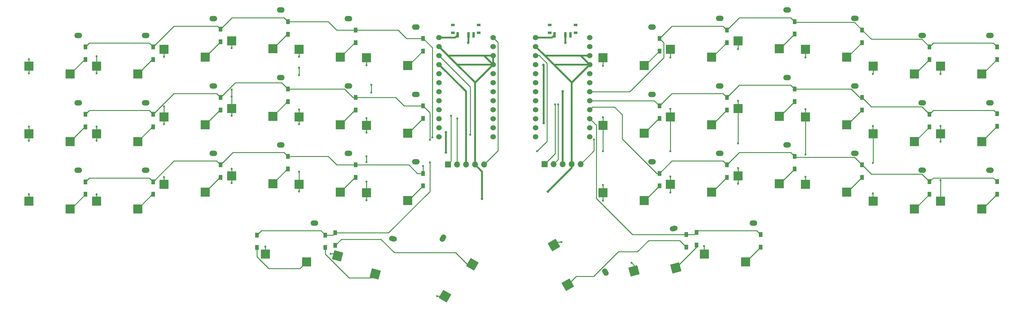
<source format=gbl>
G04 #@! TF.GenerationSoftware,KiCad,Pcbnew,(6.0.9-0)*
G04 #@! TF.CreationDate,2022-12-17T09:40:30-06:00*
G04 #@! TF.ProjectId,cho-corne-ice,63686f2d-636f-4726-9e65-2d6963652e6b,v0.2*
G04 #@! TF.SameCoordinates,Original*
G04 #@! TF.FileFunction,Copper,L2,Bot*
G04 #@! TF.FilePolarity,Positive*
%FSLAX46Y46*%
G04 Gerber Fmt 4.6, Leading zero omitted, Abs format (unit mm)*
G04 Created by KiCad (PCBNEW (6.0.9-0)) date 2022-12-17 09:40:30*
%MOMM*%
%LPD*%
G01*
G04 APERTURE LIST*
G04 Aperture macros list*
%AMHorizOval*
0 Thick line with rounded ends*
0 $1 width*
0 $2 $3 position (X,Y) of the first rounded end (center of the circle)*
0 $4 $5 position (X,Y) of the second rounded end (center of the circle)*
0 Add line between two ends*
20,1,$1,$2,$3,$4,$5,0*
0 Add two circle primitives to create the rounded ends*
1,1,$1,$2,$3*
1,1,$1,$4,$5*%
%AMRotRect*
0 Rectangle, with rotation*
0 The origin of the aperture is its center*
0 $1 length*
0 $2 width*
0 $3 Rotation angle, in degrees counterclockwise*
0 Add horizontal line*
21,1,$1,$2,0,0,$3*%
G04 Aperture macros list end*
G04 #@! TA.AperFunction,ComponentPad*
%ADD10O,2.200000X1.500000*%
G04 #@! TD*
G04 #@! TA.AperFunction,SMDPad,CuDef*
%ADD11R,2.600000X2.600000*%
G04 #@! TD*
G04 #@! TA.AperFunction,ComponentPad*
%ADD12HorizOval,1.500000X-0.338074X0.090587X0.338074X-0.090587X0*%
G04 #@! TD*
G04 #@! TA.AperFunction,SMDPad,CuDef*
%ADD13RotRect,2.600000X2.600000X165.000000*%
G04 #@! TD*
G04 #@! TA.AperFunction,ComponentPad*
%ADD14HorizOval,1.500000X-0.175000X-0.303109X0.175000X0.303109X0*%
G04 #@! TD*
G04 #@! TA.AperFunction,SMDPad,CuDef*
%ADD15RotRect,2.600000X2.600000X240.000000*%
G04 #@! TD*
G04 #@! TA.AperFunction,ComponentPad*
%ADD16HorizOval,1.500000X-0.175000X0.303109X0.175000X-0.303109X0*%
G04 #@! TD*
G04 #@! TA.AperFunction,SMDPad,CuDef*
%ADD17RotRect,2.600000X2.600000X120.000000*%
G04 #@! TD*
G04 #@! TA.AperFunction,ComponentPad*
%ADD18HorizOval,1.500000X-0.338074X-0.090587X0.338074X0.090587X0*%
G04 #@! TD*
G04 #@! TA.AperFunction,SMDPad,CuDef*
%ADD19RotRect,2.600000X2.600000X195.000000*%
G04 #@! TD*
G04 #@! TA.AperFunction,ComponentPad*
%ADD20C,1.524000*%
G04 #@! TD*
G04 #@! TA.AperFunction,ComponentPad*
%ADD21R,1.700000X1.700000*%
G04 #@! TD*
G04 #@! TA.AperFunction,ComponentPad*
%ADD22O,1.700000X1.700000*%
G04 #@! TD*
G04 #@! TA.AperFunction,SMDPad,CuDef*
%ADD23R,1.000000X1.400000*%
G04 #@! TD*
G04 #@! TA.AperFunction,SMDPad,CuDef*
%ADD24R,1.000000X0.800000*%
G04 #@! TD*
G04 #@! TA.AperFunction,SMDPad,CuDef*
%ADD25R,0.700000X1.500000*%
G04 #@! TD*
G04 #@! TA.AperFunction,ViaPad*
%ADD26C,0.600000*%
G04 #@! TD*
G04 #@! TA.AperFunction,ViaPad*
%ADD27C,0.750000*%
G04 #@! TD*
G04 #@! TA.AperFunction,Conductor*
%ADD28C,0.250000*%
G04 #@! TD*
G04 #@! TA.AperFunction,Conductor*
%ADD29C,0.500000*%
G04 #@! TD*
G04 APERTURE END LIST*
D10*
X44657500Y-30780000D03*
D11*
X30807500Y-39480000D03*
X42407500Y-41680000D03*
D10*
X63657500Y-26030000D03*
D11*
X49807500Y-34730000D03*
X61407500Y-36930000D03*
D10*
X82657500Y-23655000D03*
D11*
X68807500Y-32355000D03*
X80407500Y-34555000D03*
D10*
X101657500Y-26030000D03*
D11*
X87807500Y-34730000D03*
X99407500Y-36930000D03*
D10*
X25657500Y-49780000D03*
D11*
X11807500Y-58480000D03*
X23407500Y-60680000D03*
D10*
X44657500Y-49780000D03*
D11*
X30807500Y-58480000D03*
X42407500Y-60680000D03*
D10*
X63657500Y-45030000D03*
D11*
X49807500Y-53730000D03*
X61407500Y-55930000D03*
D10*
X82657500Y-42655000D03*
D11*
X68807500Y-51355000D03*
X80407500Y-53555000D03*
D10*
X101657500Y-45030000D03*
D11*
X87807500Y-53730000D03*
X99407500Y-55930000D03*
D10*
X120657500Y-47405000D03*
D11*
X106807500Y-56105000D03*
X118407500Y-58305000D03*
D10*
X25657500Y-68780000D03*
D11*
X11807500Y-77480000D03*
X23407500Y-79680000D03*
D10*
X44657500Y-68780000D03*
D11*
X30807500Y-77480000D03*
X42407500Y-79680000D03*
D10*
X63657500Y-64030000D03*
D11*
X49807500Y-72730000D03*
X61407500Y-74930000D03*
D10*
X82657500Y-61655000D03*
D11*
X68807500Y-70355000D03*
X80407500Y-72555000D03*
D10*
X101657500Y-64030000D03*
D11*
X87807500Y-72730000D03*
X99407500Y-74930000D03*
D10*
X120657500Y-66405000D03*
D11*
X106807500Y-75105000D03*
X118407500Y-77305000D03*
D10*
X92157500Y-83655000D03*
D11*
X78307500Y-92355000D03*
X89907500Y-94555000D03*
D12*
X114262484Y-88011817D03*
D13*
X98632685Y-92830727D03*
X109268023Y-97958065D03*
D14*
X128302373Y-87848559D03*
D15*
X128911794Y-104193011D03*
X136617050Y-95247116D03*
D16*
X173969627Y-97456441D03*
D17*
X159510206Y-89811989D03*
X163404950Y-100957884D03*
D10*
X225164500Y-61650000D03*
D11*
X211314500Y-70350000D03*
X222914500Y-72550000D03*
D10*
X206164500Y-64025000D03*
D11*
X192314500Y-72725000D03*
X203914500Y-74925000D03*
D10*
X187164500Y-66400000D03*
D11*
X173314500Y-75100000D03*
X184914500Y-77300000D03*
D10*
X215664500Y-83650000D03*
D11*
X201814500Y-92350000D03*
X213414500Y-94550000D03*
D18*
X193181293Y-85133925D03*
D19*
X182054946Y-97122124D03*
X193829088Y-96244860D03*
D10*
X225164500Y-23650000D03*
D11*
X211314500Y-32350000D03*
X222914500Y-34550000D03*
D10*
X206164500Y-26025000D03*
D11*
X192314500Y-34725000D03*
X203914500Y-36925000D03*
D10*
X282164500Y-49775000D03*
D11*
X268314500Y-58475000D03*
X279914500Y-60675000D03*
D10*
X244164500Y-26025000D03*
D11*
X230314500Y-34725000D03*
X241914500Y-36925000D03*
D10*
X263164500Y-49775000D03*
D11*
X249314500Y-58475000D03*
X260914500Y-60675000D03*
D10*
X263164500Y-68775000D03*
D11*
X249314500Y-77475000D03*
X260914500Y-79675000D03*
D10*
X244164500Y-64025000D03*
D11*
X230314500Y-72725000D03*
X241914500Y-74925000D03*
D10*
X282164500Y-30775000D03*
D11*
X268314500Y-39475000D03*
X279914500Y-41675000D03*
D10*
X263164500Y-30775000D03*
D11*
X249314500Y-39475000D03*
X260914500Y-41675000D03*
D10*
X244164500Y-45025000D03*
D11*
X230314500Y-53725000D03*
X241914500Y-55925000D03*
D10*
X225164500Y-42650000D03*
D11*
X211314500Y-51350000D03*
X222914500Y-53550000D03*
D10*
X206164500Y-45025000D03*
D11*
X192314500Y-53725000D03*
X203914500Y-55925000D03*
D10*
X187164500Y-47400000D03*
D11*
X173314500Y-56100000D03*
X184914500Y-58300000D03*
D10*
X282164500Y-68775000D03*
D11*
X268314500Y-77475000D03*
X279914500Y-79675000D03*
D10*
X25657500Y-30780000D03*
D11*
X11807500Y-39480000D03*
X23407500Y-41680000D03*
D10*
X120657500Y-28405000D03*
D11*
X106807500Y-37105000D03*
X118407500Y-39305000D03*
D10*
X187157500Y-28405000D03*
D11*
X173307500Y-37105000D03*
X184907500Y-39305000D03*
D20*
X169598900Y-31362000D03*
X169598900Y-33902000D03*
X169598900Y-36442000D03*
X169598900Y-38982000D03*
X169598900Y-41522000D03*
X169598900Y-44062000D03*
X169598900Y-46602000D03*
X169598900Y-49142000D03*
X169598900Y-51682000D03*
X169598900Y-54222000D03*
X169598900Y-56762000D03*
X169598900Y-59302000D03*
X154378900Y-59302000D03*
X154378900Y-56762000D03*
X154378900Y-54222000D03*
X154378900Y-51682000D03*
X154378900Y-49142000D03*
X154378900Y-46602000D03*
X154378900Y-44062000D03*
X154378900Y-41522000D03*
X154378900Y-38982000D03*
X154378900Y-36442000D03*
X154378900Y-33902000D03*
X154378900Y-31362000D03*
D21*
X156897500Y-67020000D03*
D22*
X159437500Y-67020000D03*
X161977500Y-67020000D03*
X164517500Y-67020000D03*
X167057500Y-67020000D03*
D21*
X129698500Y-67151000D03*
D22*
X132238500Y-67151000D03*
X134778500Y-67151000D03*
X137318500Y-67151000D03*
X139858500Y-67151000D03*
D20*
X142423900Y-31362000D03*
X142423900Y-33902000D03*
X142423900Y-36442000D03*
X142423900Y-38982000D03*
X142423900Y-41522000D03*
X142423900Y-44062000D03*
X142423900Y-46602000D03*
X142423900Y-49142000D03*
X142423900Y-51682000D03*
X142423900Y-54222000D03*
X142423900Y-56762000D03*
X142423900Y-59302000D03*
X127203900Y-59302000D03*
X127203900Y-56762000D03*
X127203900Y-54222000D03*
X127203900Y-51682000D03*
X127203900Y-49142000D03*
X127203900Y-46602000D03*
X127203900Y-44062000D03*
X127203900Y-41522000D03*
X127203900Y-38982000D03*
X127203900Y-36442000D03*
X127203900Y-33902000D03*
X127203900Y-31362000D03*
D23*
X27734500Y-34001875D03*
X27734500Y-37551875D03*
X46734500Y-34005000D03*
X46734500Y-37555000D03*
X65707500Y-29005000D03*
X65707500Y-32555000D03*
X84707500Y-26880000D03*
X84707500Y-30430000D03*
X103707500Y-29255000D03*
X103707500Y-32805000D03*
X122707500Y-31630000D03*
X122707500Y-35180000D03*
X27734500Y-53001875D03*
X27734500Y-56551875D03*
X46734500Y-53005000D03*
X46734500Y-56555000D03*
X65707500Y-48255000D03*
X65707500Y-51805000D03*
X84707500Y-45880000D03*
X84707500Y-49430000D03*
X103707500Y-48255000D03*
X103707500Y-51805000D03*
X122707500Y-50630000D03*
X122707500Y-54180000D03*
X27734500Y-72001875D03*
X27734500Y-75551875D03*
X46734500Y-72005000D03*
X46734500Y-75555000D03*
X65707500Y-67255000D03*
X65707500Y-70805000D03*
X84707500Y-64880000D03*
X84707500Y-68430000D03*
X103707500Y-67255000D03*
X103707500Y-70805000D03*
X122707500Y-69630000D03*
X122707500Y-73180000D03*
X75987500Y-86991000D03*
X75987500Y-90541000D03*
X95164500Y-86990000D03*
X95164500Y-90540000D03*
X98007500Y-86356000D03*
X98007500Y-89906000D03*
X265214500Y-34000000D03*
X265214500Y-37550000D03*
X246214500Y-29250000D03*
X246214500Y-32800000D03*
X227214500Y-26875000D03*
X227214500Y-30425000D03*
X189207500Y-31630000D03*
X189207500Y-35180000D03*
X284214500Y-52850000D03*
X284214500Y-56400000D03*
X265214500Y-53000000D03*
X265214500Y-56550000D03*
X246214500Y-48250000D03*
X246214500Y-51800000D03*
X227214500Y-45875000D03*
X227214500Y-49425000D03*
X208214500Y-48250000D03*
X208214500Y-51800000D03*
X189207500Y-50630000D03*
X189207500Y-54180000D03*
X284214500Y-72000000D03*
X284214500Y-75550000D03*
X265214500Y-72000000D03*
X265214500Y-75550000D03*
X246214500Y-67250000D03*
X246214500Y-70800000D03*
X227214500Y-64875000D03*
X227214500Y-68425000D03*
X208214500Y-67250000D03*
X208214500Y-70800000D03*
X189207500Y-69630000D03*
X189207500Y-73180000D03*
X217714500Y-86860000D03*
X217714500Y-90410000D03*
X199664500Y-86305000D03*
X199664500Y-89855000D03*
X196814500Y-86875000D03*
X196814500Y-90425000D03*
X284214500Y-34000000D03*
X284214500Y-37550000D03*
X208214500Y-29250000D03*
X208214500Y-32800000D03*
D24*
X165612500Y-30030000D03*
X165612500Y-27830000D03*
X158312500Y-30030000D03*
X158312500Y-27830000D03*
D25*
X159712500Y-30680000D03*
X162712500Y-30680000D03*
X164212500Y-30680000D03*
D24*
X131043787Y-30010000D03*
X131043787Y-27810000D03*
X138343787Y-27810000D03*
X138343787Y-30010000D03*
D25*
X132443787Y-30660000D03*
X135443787Y-30660000D03*
X136943787Y-30660000D03*
D26*
X125307500Y-59480000D03*
X124607500Y-60180000D03*
X122707500Y-67580000D03*
X124604685Y-66577185D03*
D27*
X139307500Y-76780000D03*
D26*
X11807500Y-37480000D03*
X11807500Y-41480000D03*
X11807500Y-56480000D03*
X11807500Y-60480000D03*
X11807500Y-75480000D03*
X30807500Y-56480000D03*
X30807500Y-60480000D03*
X30807500Y-36680000D03*
X30807500Y-41480000D03*
X30807500Y-75480000D03*
X49825089Y-50797589D03*
X49807500Y-55780000D03*
X49807500Y-70680000D03*
X49807500Y-36780000D03*
X68807500Y-72380000D03*
X68807500Y-48016396D03*
X68807500Y-34380000D03*
X68807500Y-46055500D03*
X78307500Y-90280000D03*
X68807500Y-53380000D03*
X68807500Y-68280000D03*
X87807500Y-36780000D03*
X87807500Y-74780000D03*
X87807500Y-55780000D03*
X96707500Y-92280000D03*
X87807500Y-39880000D03*
X87807500Y-51680000D03*
X87807500Y-69180000D03*
X87807500Y-41980000D03*
X108107500Y-46880000D03*
X106807500Y-58180000D03*
X106807500Y-77180000D03*
X108107500Y-44680000D03*
X106807500Y-54080000D03*
X106807500Y-66480000D03*
X106807500Y-39180000D03*
X106807500Y-64880000D03*
X126707500Y-104180000D03*
X106807500Y-71980000D03*
X136007500Y-58780000D03*
X154757500Y-63430000D03*
X268307500Y-41680000D03*
X268307500Y-56280000D03*
X268307500Y-60680000D03*
X268307500Y-71524499D03*
X249307500Y-56280000D03*
X249307500Y-75280000D03*
X249307500Y-66730000D03*
X249307500Y-41680000D03*
X230307500Y-36980000D03*
X230307500Y-64380000D03*
X230307500Y-70580000D03*
X230307500Y-51580000D03*
X201807500Y-90080000D03*
X211307500Y-72580000D03*
X211307500Y-68180000D03*
X211307500Y-61180000D03*
X211307500Y-49180000D03*
X211307500Y-34580000D03*
X192307500Y-70480000D03*
X192307500Y-74980000D03*
X192307500Y-63380000D03*
X192307500Y-51480000D03*
X192307500Y-36980000D03*
X181407500Y-94780000D03*
X161607500Y-88980000D03*
X173307500Y-72880000D03*
X173307500Y-53880000D03*
X173307500Y-63380000D03*
X173307500Y-39380000D03*
X173307500Y-77280000D03*
D27*
X161957500Y-46580000D03*
X157807500Y-74780000D03*
D26*
X130607500Y-53380000D03*
X132307500Y-54180000D03*
X159840163Y-50197337D03*
X160724089Y-50196589D03*
X170807500Y-60130000D03*
D27*
X135407500Y-32880000D03*
X129107500Y-63780000D03*
X129107500Y-58080000D03*
X156607500Y-55430000D03*
X162707500Y-32880000D03*
X156600746Y-39086754D03*
D28*
X28831376Y-32904999D02*
X27734500Y-34001875D01*
X118057500Y-31630000D02*
X115682500Y-29255000D01*
X96023366Y-26880000D02*
X84707500Y-26880000D01*
X45634499Y-32904999D02*
X28831376Y-32904999D01*
X125307500Y-59480000D02*
X125307500Y-34230000D01*
X68932501Y-25779999D02*
X65707500Y-29005000D01*
X103707500Y-29255000D02*
X98398366Y-29255000D01*
X64857499Y-28154999D02*
X52584501Y-28154999D01*
X83607499Y-25779999D02*
X68932501Y-25779999D01*
X52584501Y-28154999D02*
X46734500Y-34005000D01*
X65707500Y-29005000D02*
X64857499Y-28154999D01*
X122707500Y-31630000D02*
X118057500Y-31630000D01*
X84707500Y-26880000D02*
X83607499Y-25779999D01*
X98398366Y-29255000D02*
X96023366Y-26880000D01*
X46734500Y-34005000D02*
X45634499Y-32904999D01*
X115682500Y-29255000D02*
X103707500Y-29255000D01*
X125307500Y-34230000D02*
X122707500Y-31630000D01*
X27535625Y-37551875D02*
X23407500Y-41680000D01*
X27734500Y-37551875D02*
X27535625Y-37551875D01*
X124607500Y-60180000D02*
X124607500Y-52530000D01*
X117398366Y-50630000D02*
X115023366Y-48255000D01*
X65707500Y-48255000D02*
X64607499Y-47154999D01*
X84707500Y-45880000D02*
X82907500Y-44080000D01*
X64607499Y-47154999D02*
X52584501Y-47154999D01*
X102957500Y-48255000D02*
X100582500Y-45880000D01*
X115023366Y-48255000D02*
X103707500Y-48255000D01*
X100582500Y-45880000D02*
X84707500Y-45880000D01*
X46734500Y-53005000D02*
X45634499Y-51904999D01*
X52584501Y-47154999D02*
X46734500Y-53005000D01*
X45634499Y-51904999D02*
X28831376Y-51904999D01*
X69882500Y-44080000D02*
X65707500Y-48255000D01*
X122707500Y-50630000D02*
X117398366Y-50630000D01*
X28831376Y-51904999D02*
X27734500Y-53001875D01*
X124607500Y-52530000D02*
X122707500Y-50630000D01*
X82907500Y-44080000D02*
X69882500Y-44080000D01*
X103707500Y-48255000D02*
X102957500Y-48255000D01*
X46532500Y-37555000D02*
X42407500Y-41680000D01*
X46734500Y-37555000D02*
X46532500Y-37555000D01*
X45634499Y-70904999D02*
X28831376Y-70904999D01*
X118682500Y-67255000D02*
X103707500Y-67255000D01*
X84707500Y-64880000D02*
X83607499Y-63779999D01*
X121057500Y-69630000D02*
X118682500Y-67255000D01*
X103707500Y-67255000D02*
X98398366Y-67255000D01*
X64607499Y-66154999D02*
X52584501Y-66154999D01*
X122707500Y-67580000D02*
X122707500Y-69630000D01*
X69182501Y-63779999D02*
X65707500Y-67255000D01*
X28831376Y-70904999D02*
X27734500Y-72001875D01*
X83607499Y-63779999D02*
X69182501Y-63779999D01*
X96023366Y-64880000D02*
X84707500Y-64880000D01*
X122707500Y-69630000D02*
X121057500Y-69630000D01*
X65707500Y-67255000D02*
X64607499Y-66154999D01*
X46734500Y-72005000D02*
X45634499Y-70904999D01*
X52584501Y-66154999D02*
X46734500Y-72005000D01*
X98398366Y-67255000D02*
X96023366Y-64880000D01*
X65707500Y-32555000D02*
X65707500Y-32630000D01*
X65707500Y-32630000D02*
X61407500Y-36930000D01*
X124607500Y-66580000D02*
X124607500Y-74730000D01*
X95164500Y-86990000D02*
X97373500Y-86990000D01*
X75987500Y-86991000D02*
X77198501Y-85779999D01*
X124604685Y-66577185D02*
X124607500Y-66580000D01*
X93954499Y-85779999D02*
X95164500Y-86990000D01*
X112981500Y-86356000D02*
X98007500Y-86356000D01*
X77198501Y-85779999D02*
X93954499Y-85779999D01*
X124607500Y-74730000D02*
X112981500Y-86356000D01*
X97373500Y-86990000D02*
X98007500Y-86356000D01*
X84532500Y-30430000D02*
X80407500Y-34555000D01*
X84707500Y-30430000D02*
X84532500Y-30430000D01*
X103707500Y-32805000D02*
X103532500Y-32805000D01*
X103532500Y-32805000D02*
X99407500Y-36930000D01*
X122707500Y-35180000D02*
X118582500Y-39305000D01*
X118582500Y-39305000D02*
X118407500Y-39305000D01*
X27734500Y-56551875D02*
X27535625Y-56551875D01*
X27535625Y-56551875D02*
X23407500Y-60680000D01*
X46734500Y-56555000D02*
X46532500Y-56555000D01*
X46532500Y-56555000D02*
X42407500Y-60680000D01*
X65707500Y-51805000D02*
X65532500Y-51805000D01*
X65532500Y-51805000D02*
X61407500Y-55930000D01*
X84532500Y-49430000D02*
X80407500Y-53555000D01*
X84707500Y-49430000D02*
X84532500Y-49430000D01*
X103707500Y-51805000D02*
X103532500Y-51805000D01*
X103532500Y-51805000D02*
X99407500Y-55930000D01*
X122707500Y-54180000D02*
X118582500Y-58305000D01*
X118582500Y-58305000D02*
X118407500Y-58305000D01*
X23606375Y-79680000D02*
X23407500Y-79680000D01*
X27734500Y-75551875D02*
X23606375Y-79680000D01*
X46734500Y-75555000D02*
X46532500Y-75555000D01*
X46532500Y-75555000D02*
X42407500Y-79680000D01*
X65532500Y-70805000D02*
X61407500Y-74930000D01*
X65707500Y-70805000D02*
X65532500Y-70805000D01*
X84532500Y-68430000D02*
X80407500Y-72555000D01*
X84707500Y-68430000D02*
X84532500Y-68430000D01*
X103707500Y-70805000D02*
X103532500Y-70805000D01*
X103532500Y-70805000D02*
X99407500Y-74930000D01*
X122707500Y-73180000D02*
X118582500Y-77305000D01*
X118582500Y-77305000D02*
X118407500Y-77305000D01*
X88032499Y-96430001D02*
X79257501Y-96430001D01*
X79257501Y-96430001D02*
X75987500Y-93160000D01*
X75987500Y-93160000D02*
X75987500Y-90541000D01*
X89907500Y-94555000D02*
X88032499Y-96430001D01*
X101847011Y-99019511D02*
X95164500Y-92337000D01*
X108206577Y-99019511D02*
X101847011Y-99019511D01*
X95164500Y-92337000D02*
X95164500Y-90540000D01*
X109268023Y-97958065D02*
X108206577Y-99019511D01*
X136617050Y-95247116D02*
X135115939Y-95247116D01*
X135115939Y-95247116D02*
X131848823Y-91980000D01*
X110807500Y-88180000D02*
X99733500Y-88180000D01*
X99733500Y-88180000D02*
X98007500Y-89906000D01*
X131848823Y-91980000D02*
X114607500Y-91980000D01*
X114607500Y-91980000D02*
X110807500Y-88180000D01*
D29*
X137307500Y-44005600D02*
X137400300Y-44005600D01*
X142423900Y-38982000D02*
X139883900Y-36442000D01*
X132283900Y-38982000D02*
X142423900Y-38982000D01*
X139307500Y-69140000D02*
X137318500Y-67151000D01*
X137307500Y-67140000D02*
X137307500Y-44005600D01*
X129743900Y-36442000D02*
X139169500Y-36442000D01*
X139169500Y-36442000D02*
X142423900Y-36442000D01*
X127203900Y-33902000D02*
X132283900Y-38982000D01*
X137307500Y-44005600D02*
X132283900Y-38982000D01*
X137318500Y-67151000D02*
X137307500Y-67140000D01*
X139883900Y-36442000D02*
X139169500Y-36442000D01*
X139307500Y-76780000D02*
X139307500Y-69140000D01*
X137400300Y-44005600D02*
X142423900Y-38982000D01*
X142423900Y-38982000D02*
X142423900Y-36442000D01*
X127203900Y-33902000D02*
X129743900Y-36442000D01*
X134778500Y-67151000D02*
X134778500Y-46556600D01*
X134778500Y-46556600D02*
X127203900Y-38982000D01*
D28*
X11807500Y-39480000D02*
X11807500Y-41480000D01*
X11807500Y-37480000D02*
X11807500Y-39480000D01*
X11807500Y-58480000D02*
X11807500Y-60480000D01*
X11807500Y-75480000D02*
X11807500Y-77480000D01*
X11807500Y-56480000D02*
X11807500Y-58480000D01*
X30807500Y-58480000D02*
X30807500Y-60480000D01*
X30807500Y-75480000D02*
X30807500Y-77480000D01*
X30807500Y-36680000D02*
X30807500Y-39480000D01*
X30807500Y-39480000D02*
X30807500Y-41480000D01*
X30807500Y-56480000D02*
X30807500Y-58480000D01*
X49825089Y-50797589D02*
X49807500Y-50815178D01*
X49807500Y-53730000D02*
X49807500Y-55780000D01*
X49807500Y-34730000D02*
X49807500Y-36780000D01*
X49807500Y-70680000D02*
X49807500Y-72730000D01*
X49807500Y-50815178D02*
X49807500Y-53730000D01*
X68807500Y-51355000D02*
X68807500Y-48016396D01*
X68807500Y-32355000D02*
X68807500Y-34380000D01*
X68807500Y-68280000D02*
X68807500Y-70355000D01*
X68807500Y-48016396D02*
X68807500Y-46055500D01*
X68807500Y-70355000D02*
X68807500Y-72380000D01*
X78307500Y-90280000D02*
X78307500Y-92355000D01*
X68807500Y-51355000D02*
X68807500Y-53380000D01*
X98081958Y-92280000D02*
X98632685Y-92830727D01*
X87807500Y-53730000D02*
X87807500Y-55780000D01*
X87807500Y-51680000D02*
X87807500Y-53730000D01*
X87807500Y-72730000D02*
X87807500Y-74780000D01*
X96707500Y-92280000D02*
X98081958Y-92280000D01*
X87807500Y-34730000D02*
X87807500Y-36780000D01*
X87807500Y-39880000D02*
X87807500Y-41980000D01*
X87807500Y-69180000D02*
X87807500Y-72730000D01*
X126707500Y-104180000D02*
X128898783Y-104180000D01*
X106807500Y-37105000D02*
X106807500Y-39180000D01*
X106807500Y-54080000D02*
X106807500Y-56105000D01*
X128898783Y-104180000D02*
X128911794Y-104193011D01*
X108107500Y-44680000D02*
X108107500Y-46880000D01*
X106807500Y-64880000D02*
X106807500Y-66480000D01*
X106807500Y-56105000D02*
X106807500Y-58180000D01*
X106807500Y-71980000D02*
X106807500Y-75105000D01*
X106807500Y-75105000D02*
X106807500Y-77180000D01*
D29*
X131741787Y-31362000D02*
X132443787Y-30660000D01*
X127203900Y-31362000D02*
X131741787Y-31362000D01*
D28*
X136007500Y-45245600D02*
X127203900Y-36442000D01*
X136007500Y-58780000D02*
X136007500Y-45245600D01*
X280089500Y-41675000D02*
X284214500Y-37550000D01*
X279914500Y-41675000D02*
X280089500Y-41675000D01*
X227214500Y-26875000D02*
X227439500Y-27100000D01*
X189207500Y-31630000D02*
X192687501Y-28149999D01*
X207114499Y-28149999D02*
X208214500Y-29250000D01*
X227439500Y-27100000D02*
X244064500Y-27100000D01*
X192687501Y-28149999D02*
X207114499Y-28149999D01*
X169598900Y-46602000D02*
X180860500Y-46602000D01*
X283114499Y-32899999D02*
X284214500Y-34000000D01*
X211689501Y-25774999D02*
X226114499Y-25774999D01*
X190407500Y-32830000D02*
X189207500Y-31630000D01*
X263064500Y-31850000D02*
X265214500Y-34000000D01*
X244064500Y-27100000D02*
X246214500Y-29250000D01*
X266314501Y-32899999D02*
X283114499Y-32899999D01*
X208214500Y-29250000D02*
X211689501Y-25774999D01*
X180860500Y-46602000D02*
X190407500Y-37055000D01*
X226114499Y-25774999D02*
X227214500Y-26875000D01*
X190407500Y-37055000D02*
X190407500Y-32830000D01*
X248814500Y-31850000D02*
X263064500Y-31850000D01*
X246214500Y-29250000D02*
X248814500Y-31850000D01*
X265214500Y-34000000D02*
X266314501Y-32899999D01*
X260914500Y-41675000D02*
X261089500Y-41675000D01*
X261089500Y-41675000D02*
X265214500Y-37550000D01*
X242089500Y-36925000D02*
X246214500Y-32800000D01*
X241914500Y-36925000D02*
X242089500Y-36925000D01*
X223089500Y-34550000D02*
X227214500Y-30425000D01*
X222914500Y-34550000D02*
X223089500Y-34550000D01*
X204089500Y-36925000D02*
X208214500Y-32800000D01*
X203914500Y-36925000D02*
X204089500Y-36925000D01*
X185082500Y-39305000D02*
X189207500Y-35180000D01*
X184907500Y-39305000D02*
X185082500Y-39305000D01*
X245519220Y-48250000D02*
X246214500Y-48250000D01*
X227214500Y-45875000D02*
X243144220Y-45875000D01*
X187719500Y-49142000D02*
X189207500Y-50630000D01*
X192687501Y-47149999D02*
X207114499Y-47149999D01*
X207114499Y-47149999D02*
X208214500Y-48250000D01*
X243144220Y-45875000D02*
X245519220Y-48250000D01*
X189207500Y-50630000D02*
X192687501Y-47149999D01*
X208214500Y-48250000D02*
X211689501Y-44774999D01*
X226114499Y-44774999D02*
X227214500Y-45875000D01*
X266314501Y-51899999D02*
X283264499Y-51899999D01*
X248814500Y-50850000D02*
X263064500Y-50850000D01*
X283264499Y-51899999D02*
X284214500Y-52850000D01*
X246214500Y-48250000D02*
X248814500Y-50850000D01*
X169598900Y-49142000D02*
X187719500Y-49142000D01*
X265214500Y-53000000D02*
X266314501Y-51899999D01*
X211689501Y-44774999D02*
X226114499Y-44774999D01*
X263064500Y-50850000D02*
X265214500Y-53000000D01*
X279939500Y-60675000D02*
X284214500Y-56400000D01*
X279914500Y-60675000D02*
X279939500Y-60675000D01*
X261089500Y-60675000D02*
X265214500Y-56550000D01*
X260914500Y-60675000D02*
X261089500Y-60675000D01*
X241914500Y-55925000D02*
X242089500Y-55925000D01*
X242089500Y-55925000D02*
X246214500Y-51800000D01*
X222914500Y-53550000D02*
X223089500Y-53550000D01*
X223089500Y-53550000D02*
X227214500Y-49425000D01*
X204089500Y-55925000D02*
X208214500Y-51800000D01*
X203914500Y-55925000D02*
X204089500Y-55925000D01*
X189034500Y-54180000D02*
X189207500Y-54180000D01*
X184914500Y-58300000D02*
X189034500Y-54180000D01*
X208214500Y-67250000D02*
X211689501Y-63774999D01*
X176547501Y-50920001D02*
X178739499Y-53111999D01*
X227214500Y-64875000D02*
X227439500Y-65100000D01*
X189207500Y-69630000D02*
X192687501Y-66149999D01*
X227439500Y-65100000D02*
X244064500Y-65100000D01*
X244064500Y-65100000D02*
X246214500Y-67250000D01*
X207114499Y-66149999D02*
X208214500Y-67250000D01*
X169598900Y-51682000D02*
X170360899Y-50920001D01*
X283114499Y-70899999D02*
X284214500Y-72000000D01*
X265214500Y-72000000D02*
X266314501Y-70899999D01*
X192687501Y-66149999D02*
X207114499Y-66149999D01*
X266314501Y-70899999D02*
X283114499Y-70899999D01*
X226114499Y-63774999D02*
X227214500Y-64875000D01*
X248814500Y-69850000D02*
X263064500Y-69850000D01*
X246214500Y-67250000D02*
X248814500Y-69850000D01*
X188457500Y-69630000D02*
X189207500Y-69630000D01*
X263064500Y-69850000D02*
X265214500Y-72000000D01*
X211689501Y-63774999D02*
X226114499Y-63774999D01*
X178739499Y-53111999D02*
X178739499Y-59911999D01*
X178739499Y-59911999D02*
X188457500Y-69630000D01*
X170360899Y-50920001D02*
X176547501Y-50920001D01*
X280089500Y-79675000D02*
X284214500Y-75550000D01*
X279914500Y-79675000D02*
X280089500Y-79675000D01*
X261089500Y-79675000D02*
X265214500Y-75550000D01*
X260914500Y-79675000D02*
X261089500Y-79675000D01*
X241914500Y-74925000D02*
X242089500Y-74925000D01*
X242089500Y-74925000D02*
X246214500Y-70800000D01*
X222914500Y-72550000D02*
X223089500Y-72550000D01*
X223089500Y-72550000D02*
X227214500Y-68425000D01*
X204089500Y-74925000D02*
X208214500Y-70800000D01*
X203914500Y-74925000D02*
X204089500Y-74925000D01*
X184914500Y-77300000D02*
X185087500Y-77300000D01*
X185087500Y-77300000D02*
X189207500Y-73180000D01*
X213574500Y-94550000D02*
X217714500Y-90410000D01*
X213414500Y-94550000D02*
X213574500Y-94550000D01*
X169598900Y-54222000D02*
X171432500Y-56055600D01*
X196814500Y-86875000D02*
X199094500Y-86875000D01*
X200194501Y-85774999D02*
X216629499Y-85774999D01*
X199094500Y-86875000D02*
X199664500Y-86305000D01*
X199664500Y-86305000D02*
X200194501Y-85774999D01*
X171432500Y-76705000D02*
X181602500Y-86875000D01*
X181602500Y-86875000D02*
X196814500Y-86875000D01*
X216629499Y-85774999D02*
X217714500Y-86860000D01*
X171432500Y-56055600D02*
X171432500Y-76705000D01*
X199664500Y-90409448D02*
X199664500Y-89855000D01*
X193829088Y-96244860D02*
X199664500Y-90409448D01*
X177646497Y-91670001D02*
X183017499Y-91670001D01*
X183017499Y-91670001D02*
X186162501Y-88524999D01*
X194914499Y-88524999D02*
X196814500Y-90425000D01*
X163404950Y-100957884D02*
X165774695Y-98588139D01*
X170728359Y-98588139D02*
X177646497Y-91670001D01*
X165774695Y-98588139D02*
X170728359Y-98588139D01*
X186162501Y-88524999D02*
X194914499Y-88524999D01*
X154378900Y-36442000D02*
X154390900Y-36430000D01*
X157607500Y-60580000D02*
X154757500Y-63430000D01*
X157607500Y-38680000D02*
X157607500Y-60580000D01*
X154390900Y-36430000D02*
X155357500Y-36430000D01*
X155357500Y-36430000D02*
X157607500Y-38680000D01*
X268307500Y-71524499D02*
X268307500Y-77468000D01*
X268314500Y-58475000D02*
X268314500Y-60673000D01*
X268314500Y-39475000D02*
X268314500Y-41673000D01*
X268314500Y-60673000D02*
X268307500Y-60680000D01*
X268314500Y-41673000D02*
X268307500Y-41680000D01*
X268307500Y-77468000D02*
X268314500Y-77475000D01*
X268307500Y-58468000D02*
X268314500Y-58475000D01*
X268307500Y-56280000D02*
X268307500Y-58468000D01*
X249314500Y-39475000D02*
X249314500Y-41673000D01*
X249314500Y-66723000D02*
X249314500Y-58475000D01*
X249307500Y-56280000D02*
X249307500Y-58468000D01*
X249307500Y-75280000D02*
X249307500Y-77468000D01*
X249307500Y-58468000D02*
X249314500Y-58475000D01*
X249314500Y-41673000D02*
X249307500Y-41680000D01*
X249307500Y-77468000D02*
X249314500Y-77475000D01*
X249307500Y-66730000D02*
X249314500Y-66723000D01*
X230307500Y-70580000D02*
X230307500Y-72718000D01*
X230307500Y-53718000D02*
X230314500Y-53725000D01*
X230314500Y-36973000D02*
X230307500Y-36980000D01*
X230307500Y-72718000D02*
X230314500Y-72725000D01*
X230307500Y-64380000D02*
X230314500Y-64373000D01*
X230314500Y-34725000D02*
X230314500Y-36973000D01*
X230314500Y-64373000D02*
X230314500Y-53725000D01*
X230307500Y-51580000D02*
X230307500Y-53718000D01*
X211307500Y-51343000D02*
X211314500Y-51350000D01*
X211314500Y-72573000D02*
X211307500Y-72580000D01*
X211314500Y-70350000D02*
X211314500Y-72573000D01*
X211307500Y-68180000D02*
X211307500Y-70343000D01*
X211307500Y-61180000D02*
X211314500Y-61173000D01*
X201807500Y-90080000D02*
X201807500Y-92343000D01*
X201807500Y-92343000D02*
X201814500Y-92350000D01*
X211307500Y-49180000D02*
X211307500Y-51343000D01*
X211307500Y-70343000D02*
X211314500Y-70350000D01*
X211314500Y-34573000D02*
X211307500Y-34580000D01*
X211314500Y-32350000D02*
X211314500Y-34573000D01*
X211314500Y-61173000D02*
X211314500Y-51350000D01*
X192307500Y-70480000D02*
X192307500Y-72718000D01*
X192314500Y-34725000D02*
X192314500Y-36973000D01*
X192314500Y-74973000D02*
X192307500Y-74980000D01*
X182054946Y-95427446D02*
X182054946Y-97122124D01*
X192307500Y-53718000D02*
X192314500Y-53725000D01*
X192307500Y-63380000D02*
X192314500Y-63373000D01*
X192314500Y-36973000D02*
X192307500Y-36980000D01*
X192314500Y-72725000D02*
X192314500Y-74973000D01*
X181407500Y-94780000D02*
X182054946Y-95427446D01*
X192307500Y-51480000D02*
X192307500Y-53718000D01*
X192307500Y-72718000D02*
X192314500Y-72725000D01*
X192314500Y-63373000D02*
X192314500Y-53725000D01*
X173307500Y-75093000D02*
X173314500Y-75100000D01*
X173307500Y-37105000D02*
X173307500Y-39380000D01*
X173307500Y-72880000D02*
X173307500Y-75093000D01*
X173307500Y-63380000D02*
X173314500Y-63373000D01*
X173314500Y-63373000D02*
X173314500Y-56100000D01*
X173307500Y-53880000D02*
X173307500Y-56093000D01*
X173314500Y-77273000D02*
X173307500Y-77280000D01*
X161607500Y-88980000D02*
X160342195Y-88980000D01*
X160342195Y-88980000D02*
X159510206Y-89811989D01*
X173314500Y-75100000D02*
X173314500Y-77273000D01*
X173307500Y-56093000D02*
X173314500Y-56100000D01*
D29*
X161957500Y-46580000D02*
X161977500Y-46600000D01*
X161977500Y-46600000D02*
X161977500Y-67020000D01*
X169598900Y-38982000D02*
X159855500Y-38982000D01*
X167169500Y-36442000D02*
X156918900Y-36442000D01*
X164517500Y-44390000D02*
X164517500Y-44063400D01*
X156918900Y-36442000D02*
X156632200Y-36155300D01*
X154378900Y-33902000D02*
X156632200Y-36155300D01*
X157807500Y-74780000D02*
X164517500Y-68070000D01*
X159855500Y-38982000D02*
X159657200Y-39180300D01*
X164517500Y-44040600D02*
X164517500Y-44390000D01*
X159657200Y-39180300D02*
X164517500Y-44040600D01*
X164517500Y-68070000D02*
X164517500Y-67020000D01*
X167169500Y-36552600D02*
X167169500Y-36442000D01*
X169598900Y-38982000D02*
X167169500Y-36552600D01*
X164517500Y-44063400D02*
X169598900Y-38982000D01*
X156632200Y-36155300D02*
X159657200Y-39180300D01*
X169598900Y-36442000D02*
X167169500Y-36442000D01*
X164517500Y-67020000D02*
X164517500Y-44390000D01*
X154378900Y-31362000D02*
X159030500Y-31362000D01*
X159030500Y-31362000D02*
X159712500Y-30680000D01*
D28*
X130607500Y-53380000D02*
X130607500Y-66242000D01*
X130607500Y-66242000D02*
X129698500Y-67151000D01*
X132307500Y-54180000D02*
X132238500Y-54249000D01*
X132238500Y-54249000D02*
X132238500Y-67151000D01*
X143810900Y-32749000D02*
X142423900Y-31362000D01*
X139858500Y-67151000D02*
X143810900Y-63198600D01*
X143810900Y-63198600D02*
X143810900Y-32749000D01*
X159840163Y-50197337D02*
X159857500Y-50214674D01*
X159857500Y-64060000D02*
X156897500Y-67020000D01*
X159857500Y-50214674D02*
X159857500Y-64060000D01*
X160724089Y-50196589D02*
X160724089Y-65733411D01*
X160724089Y-65733411D02*
X159437500Y-67020000D01*
X170807500Y-63270000D02*
X167057500Y-67020000D01*
X170807500Y-60130000D02*
X170807500Y-63270000D01*
D29*
X135443787Y-30660000D02*
X135443787Y-32843713D01*
X129107500Y-58080000D02*
X129107500Y-63780000D01*
X135443787Y-32843713D02*
X135407500Y-32880000D01*
X162712500Y-30680000D02*
X162712500Y-32875000D01*
X156607500Y-39093508D02*
X156607500Y-55430000D01*
X162712500Y-32875000D02*
X162707500Y-32880000D01*
X156600746Y-39086754D02*
X156607500Y-39093508D01*
M02*

</source>
